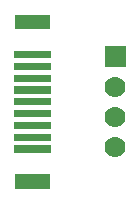
<source format=gts>
G04 Layer: TopSolderMaskLayer*
G04 EasyEDA v6.5.1, 2022-07-07 22:09:08*
G04 a67cddfb3fce44daa9051d46cbbcc19f,10*
G04 Gerber Generator version 0.2*
G04 Scale: 100 percent, Rotated: No, Reflected: No *
G04 Dimensions in millimeters *
G04 leading zeros omitted , absolute positions ,4 integer and 5 decimal *
%FSLAX45Y45*%
%MOMM*%

%ADD21C,1.7780*%

%LPD*%
G36*
X760984Y1292097D02*
G01*
X760984Y1469897D01*
X938784Y1469897D01*
X938784Y1292097D01*
G37*
D21*
G01*
X850011Y1126997D03*
G01*
X850011Y872997D03*
G01*
X850011Y618997D03*
G36*
X-10160Y1369821D02*
G01*
X-10160Y1430273D01*
X310134Y1430273D01*
X310134Y1369821D01*
G37*
G36*
X-10160Y1269745D02*
G01*
X-10160Y1330197D01*
X310134Y1330197D01*
X310134Y1269745D01*
G37*
G36*
X-10160Y1169923D02*
G01*
X-10160Y1230121D01*
X310134Y1230121D01*
X310134Y1169923D01*
G37*
G36*
X-10160Y1069847D02*
G01*
X-10160Y1130045D01*
X310134Y1130045D01*
X310134Y1069847D01*
G37*
G36*
X-10160Y969771D02*
G01*
X-10160Y1030223D01*
X310134Y1030223D01*
X310134Y969771D01*
G37*
G36*
X-10160Y869950D02*
G01*
X-10160Y930147D01*
X310134Y930147D01*
X310134Y869950D01*
G37*
G36*
X-10160Y769873D02*
G01*
X-10160Y830071D01*
X310134Y830071D01*
X310134Y769873D01*
G37*
G36*
X-10160Y669797D02*
G01*
X-10160Y730250D01*
X310134Y730250D01*
X310134Y669797D01*
G37*
G36*
X-10160Y569721D02*
G01*
X-10160Y630173D01*
X310134Y630173D01*
X310134Y569721D01*
G37*
G36*
X-254Y1614931D02*
G01*
X-254Y1735073D01*
X300228Y1735073D01*
X300228Y1614931D01*
G37*
G36*
X-254Y264921D02*
G01*
X-254Y385063D01*
X300228Y385063D01*
X300228Y264921D01*
G37*
M02*

</source>
